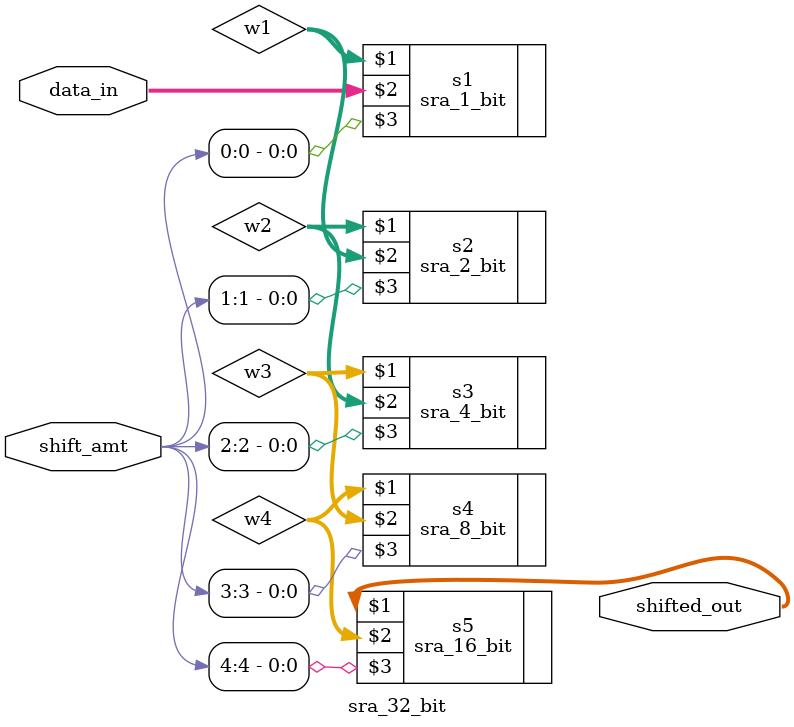
<source format=v>
module sra_32_bit(shifted_out, data_in, shift_amt);
    output [31:0] shifted_out;
    input [31:0] data_in;
    input [4:0] shift_amt;

    wire [31:0] w1, w2, w3, w4;

    sra_1_bit s1(w1, data_in, shift_amt[0]);
    sra_2_bit s2(w2, w1, shift_amt[1]);
    sra_4_bit s3(w3, w2, shift_amt[2]);
    sra_8_bit s4(w4, w3, shift_amt[3]);
    sra_16_bit s5(shifted_out, w4, shift_amt[4]);
endmodule

</source>
